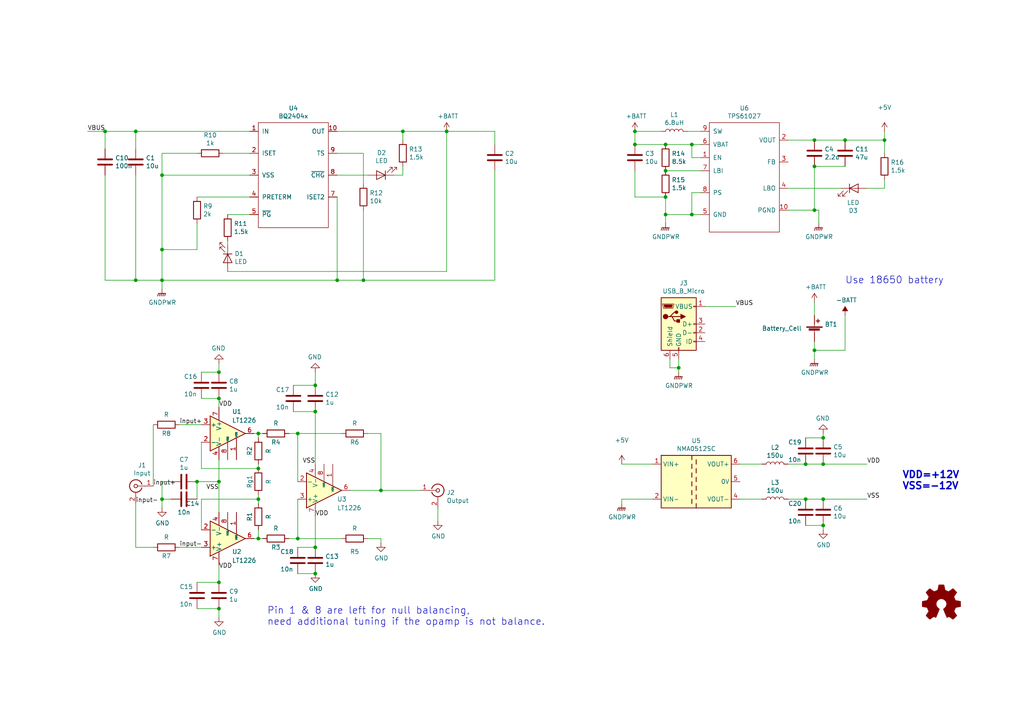
<source format=kicad_sch>
(kicad_sch (version 20211123) (generator eeschema)
  (paper "A4")
  (title_block (title "Balun differential amplifier") (date "2019-06-29") (rev "01") (company "Open instruments"))
  (lib_symbols
    (symbol "balun_amp-rescue:+5V-power" (power) (pin_names (offset 0))
      (property "Value" "+5V-power" (at 0 3.556 0))
      (symbol "+5V-power_0_1"
        (polyline (pts (xy -0.762 1.27) (xy 0 2.54)))
        (polyline (pts (xy 0 0) (xy 0 2.54)))
        (polyline (pts (xy 0 2.54) (xy 0.762 1.27)))
      )
      (symbol "+5V-power_1_1"
        (pin power_in line (at 0 0 90) (length 0) hide (name "+5V") (number "1"))
      )
    )
    (symbol "balun_amp-rescue:+BATT-power" (power) (pin_names (offset 0))
      (property "Value" "+BATT-power" (at 0 3.556 0))
      (symbol "+BATT-power_0_1"
        (polyline (pts (xy -0.762 1.27) (xy 0 2.54)))
        (polyline (pts (xy 0 0) (xy 0 2.54)))
        (polyline (pts (xy 0 2.54) (xy 0.762 1.27)))
      )
      (symbol "+BATT-power_1_1"
        (pin power_in line (at 0 0 90) (length 0) hide (name "+BATT") (number "1"))
      )
    )
    (symbol "balun_amp-rescue:-BATT-power" (power) (pin_names (offset 0))
      (property "Value" "-BATT-power" (at 0 3.556 0))
      (symbol "-BATT-power_0_1"
        (polyline (pts (xy 0 0) (xy 0 2.54)))
        (polyline (pts (xy 0.762 1.27) (xy -0.762 1.27) (xy 0 2.54) (xy 0.762 1.27)) (fill (type outline)))
      )
      (symbol "-BATT-power_1_1"
        (pin power_in line (at 0 0 90) (length 0) hide (name "-BATT") (number "1"))
      )
    )
    (symbol "balun_amp-rescue:Battery_Cell-Device" (pin_numbers hide) (pin_names (offset 0) hide)
      (property "Reference" "BT" (at 2.54 2.54 0))
      (property "Value" "Battery_Cell-Device" (at 2.54 0 0))
      (symbol "Battery_Cell-Device_0_1"
        (rectangle (start -2.286 1.778) (end 2.286 1.524) (fill (type outline)))
        (rectangle (start -1.5748 1.1938) (end 1.4732 0.6858) (fill (type outline)))
        (polyline (pts (xy 0 0.762) (xy 0 0)))
        (polyline (pts (xy 0 1.778) (xy 0 2.54)))
        (polyline (pts (xy 0.508 3.429) (xy 1.524 3.429)) (stroke (width 0.254)))
        (polyline (pts (xy 1.016 3.937) (xy 1.016 2.921)) (stroke (width 0.254)))
      )
      (symbol "Battery_Cell-Device_1_1"
        (pin passive line (at 0 5.08 270) (length 2.54) (name "+") (number "1"))
        (pin passive line (at 0 -2.54 90) (length 2.54) (name "-") (number "2"))
      )
    )
    (symbol "balun_amp-rescue:C-Device" (pin_numbers hide) (pin_names (offset 0.254))
      (property "Reference" "C" (at 0.635 2.54 0))
      (property "Value" "C-Device" (at 0.635 -2.54 0))
      (symbol "C-Device_0_1"
        (polyline (pts (xy -2.032 -0.762) (xy 2.032 -0.762)) (stroke (width 0.508)))
        (polyline (pts (xy -2.032 0.762) (xy 2.032 0.762)) (stroke (width 0.508)))
      )
      (symbol "C-Device_1_1"
        (pin passive line (at 0 3.81 270) (length 2.794) (name "~") (number "1"))
        (pin passive line (at 0 -3.81 90) (length 2.794) (name "~") (number "2"))
      )
    )
    (symbol "balun_amp-rescue:Conn_Coaxial-Connector" (pin_names (offset 1.016) hide)
      (property "Reference" "J" (at 0.254 3.048 0))
      (property "Value" "Conn_Coaxial-Connector" (at 2.921 0 90))
      (symbol "Conn_Coaxial-Connector_0_1"
        (arc (start -1.778 -0.508) (mid 0.2311 -1.8066) (end 1.778 0) (stroke (width 0.254)))
        (polyline (pts (xy -2.54 0) (xy -0.508 0)))
        (polyline (pts (xy 0 -2.54) (xy 0 -1.778)))
        (circle (center 0 0) (radius 0.508) (stroke (width 0.2032)))
        (arc (start 1.778 0) (mid 0.2099 1.8101) (end -1.778 0.508) (stroke (width 0.254)))
      )
      (symbol "Conn_Coaxial-Connector_1_1"
        (pin passive line (at -5.08 0 0) (length 2.54) (name "In") (number "1"))
        (pin passive line (at 0 -5.08 90) (length 2.54) (name "Ext") (number "2"))
      )
    )
    (symbol "balun_amp-rescue:GND-power" (power) (pin_names (offset 0))
      (property "Value" "GND-power" (at 0 -3.81 0))
      (symbol "GND-power_0_1"
        (polyline (pts (xy 0 0) (xy 0 -1.27) (xy 1.27 -1.27) (xy 0 -2.54) (xy -1.27 -1.27) (xy 0 -1.27)))
      )
      (symbol "GND-power_1_1"
        (pin power_in line (at 0 0 270) (length 0) hide (name "GND") (number "1"))
      )
    )
    (symbol "balun_amp-rescue:GNDPWR-power" (power) (pin_names (offset 0))
      (property "Value" "GNDPWR-power" (at 0 -3.302 0))
      (symbol "GNDPWR-power_0_1"
        (polyline (pts (xy 0 -1.27) (xy 0 0)))
        (polyline (pts (xy -1.016 -1.27) (xy -1.27 -2.032) (xy -1.27 -2.032)) (stroke (width 0.2032)))
        (polyline (pts (xy -0.508 -1.27) (xy -0.762 -2.032) (xy -0.762 -2.032)) (stroke (width 0.2032)))
        (polyline (pts (xy 0 -1.27) (xy -0.254 -2.032) (xy -0.254 -2.032)) (stroke (width 0.2032)))
        (polyline (pts (xy 0.508 -1.27) (xy 0.254 -2.032) (xy 0.254 -2.032)) (stroke (width 0.2032)))
        (polyline (pts (xy 1.016 -1.27) (xy -1.016 -1.27) (xy -1.016 -1.27)) (stroke (width 0.2032)))
        (polyline (pts (xy 1.016 -1.27) (xy 0.762 -2.032) (xy 0.762 -2.032) (xy 0.762 -2.032)) (stroke (width 0.2032)))
      )
      (symbol "GNDPWR-power_1_1"
        (pin power_in line (at 0 0 270) (length 0) hide (name "GNDPWR") (number "1"))
      )
    )
    (symbol "balun_amp-rescue:L-Device" (pin_numbers hide) (pin_names (offset 1.016) hide)
      (property "Reference" "L" (at -1.27 0 90))
      (property "Value" "L-Device" (at 1.905 0 90))
      (symbol "L-Device_0_1"
        (arc (start 0 -2.54) (mid 0.635 -1.905) (end 0 -1.27))
        (arc (start 0 -1.27) (mid 0.635 -0.635) (end 0 0))
        (arc (start 0 0) (mid 0.635 0.635) (end 0 1.27))
        (arc (start 0 1.27) (mid 0.635 1.905) (end 0 2.54))
      )
      (symbol "L-Device_1_1"
        (pin passive line (at 0 3.81 270) (length 1.27) (name "1") (number "1"))
        (pin passive line (at 0 -3.81 90) (length 1.27) (name "2") (number "2"))
      )
    )
    (symbol "balun_amp-rescue:LED-Device" (pin_numbers hide) (pin_names (offset 1.016) hide)
      (property "Reference" "D" (at 0 2.54 0))
      (property "Value" "LED-Device" (at 0 -2.54 0))
      (symbol "LED-Device_0_1"
        (polyline (pts (xy -1.27 -1.27) (xy -1.27 1.27)) (stroke (width 0.2032)))
        (polyline (pts (xy -1.27 0) (xy 1.27 0)))
        (polyline (pts (xy 1.27 -1.27) (xy 1.27 1.27) (xy -1.27 0) (xy 1.27 -1.27)) (stroke (width 0.2032)))
        (polyline (pts (xy -3.048 -0.762) (xy -4.572 -2.286) (xy -3.81 -2.286) (xy -4.572 -2.286) (xy -4.572 -1.524)))
        (polyline (pts (xy -1.778 -0.762) (xy -3.302 -2.286) (xy -2.54 -2.286) (xy -3.302 -2.286) (xy -3.302 -1.524)))
      )
      (symbol "LED-Device_1_1"
        (pin passive line (at -3.81 0 0) (length 2.54) (name "K") (number "1"))
        (pin passive line (at 3.81 0 180) (length 2.54) (name "A") (number "2"))
      )
    )
    (symbol "balun_amp-rescue:Logo_Open_Hardware_Small-Graphic" (pin_names (offset 1.016))
      (symbol "Logo_Open_Hardware_Small-Graphic_0_1"
        (polyline (pts (xy 3.3528 -4.3434) (xy 3.302 -4.318) (xy 3.175 -4.2418) (xy 2.9972 -4.1148) (xy 2.7686 -3.9624) (xy 2.54 -3.81) (xy 2.3622 -3.7084) (xy 2.2352 -3.6068) (xy 2.1844 -3.5814) (xy 2.159 -3.6068) (xy 2.0574 -3.6576) (xy 1.905 -3.7338) (xy 1.8034 -3.7846) (xy 1.6764 -3.8354) (xy 1.6002 -3.8354) (xy 1.6002 -3.8354) (xy 1.5494 -3.7338) (xy 1.4732 -3.5306) (xy 1.3462 -3.302) (xy 1.2446 -3.0226) (xy 1.1176 -2.7178) (xy 0.9652 -2.413) (xy 0.8636 -2.1082) (xy 0.7366 -1.8288) (xy 0.6604 -1.6256) (xy 0.6096 -1.4732) (xy 0.5842 -1.397) (xy 0.5842 -1.397) (xy 0.6604 -1.3208) (xy 0.7874 -1.2446) (xy 1.0414 -1.016) (xy 1.2954 -0.6858) (xy 1.4478 -0.3302) (xy 1.524 0.0762) (xy 1.4732 0.4572) (xy 1.3208 0.8128) (xy 1.0668 1.143) (xy 0.762 1.3716) (xy 0.4064 1.524) (xy 0 1.5748) (xy -0.381 1.5494) (xy -0.7366 1.397) (xy -1.0668 1.143) (xy -1.2192 0.9906) (xy -1.397 0.6604) (xy -1.524 0.3048) (xy -1.524 0.2286) (xy -1.4986 -0.1778) (xy -1.397 -0.5334) (xy -1.1938 -0.8636) (xy -0.9144 -1.143) (xy -0.8636 -1.1684) (xy -0.7366 -1.27) (xy -0.635 -1.3462) (xy -0.5842 -1.397) (xy -1.0668 -2.5908) (xy -1.143 -2.794) (xy -1.2954 -3.1242) (xy -1.397 -3.4036) (xy -1.4986 -3.6322) (xy -1.5748 -3.7846) (xy -1.6002 -3.8354) (xy -1.6002 -3.8354) (xy -1.651 -3.8354) (xy -1.7272 -3.81) (xy -1.905 -3.7338) (xy -2.0066 -3.683) (xy -2.1336 -3.6068) (xy -2.2098 -3.5814) (xy -2.2606 -3.6068) (xy -2.3622 -3.683) (xy -2.54 -3.81) (xy -2.7686 -3.9624) (xy -2.9718 -4.0894) (xy -3.1496 -4.2164) (xy -3.302 -4.318) (xy -3.3528 -4.3434) (xy -3.3782 -4.3434) (xy -3.429 -4.318) (xy -3.5306 -4.2164) (xy -3.7084 -4.064) (xy -3.937 -3.8354) (xy -3.9624 -3.81) (xy -4.1656 -3.6068) (xy -4.318 -3.4544) (xy -4.4196 -3.3274) (xy -4.445 -3.2766) (xy -4.445 -3.2766) (xy -4.4196 -3.2258) (xy -4.318 -3.0734) (xy -4.2164 -2.8956) (xy -4.064 -2.667) (xy -3.6576 -2.0828) (xy -3.8862 -1.5494) (xy -3.937 -1.3716) (xy -4.0386 -1.1684) (xy -4.0894 -1.0414) (xy -4.1148 -0.9652) (xy -4.191 -0.9398) (xy -4.318 -0.9144) (xy -4.5466 -0.8636) (xy -4.8006 -0.8128) (xy -5.0546 -0.7874) (xy -5.2578 -0.7366) (xy -5.4356 -0.7112) (xy -5.5118 -0.6858) (xy -5.5118 -0.6858) (xy -5.5372 -0.635) (xy -5.5372 -0.5588) (xy -5.5372 -0.4318) (xy -5.5626 -0.2286) (xy -5.5626 0.0762) (xy -5.5626 0.127) (xy -5.5372 0.4064) (xy -5.5372 0.635) (xy -5.5372 0.762) (xy -5.5372 0.8382) (xy -5.5372 0.8382) (xy -5.461 0.8382) (xy -5.3086 0.889) (xy -5.08 0.9144) (xy -4.826 0.9652) (xy -4.8006 0.9906) (xy -4.5466 1.0414) (xy -4.318 1.0668) (xy -4.1656 1.1176) (xy -4.0894 1.143) (xy -4.0894 1.143) (xy -4.0386 1.2446) (xy -3.9624 1.4224) (xy -3.8608 1.6256) (xy -3.7846 1.8288) (xy -3.7084 2.0066) (xy -3.6576 2.159) (xy -3.6322 2.2098) (xy -3.6322 2.2098) (xy -3.683 2.286) (xy -3.7592 2.413) (xy -3.8862 2.5908) (xy -4.064 2.8194) (xy -4.064 2.8448) (xy -4.2164 3.0734) (xy -4.3434 3.2512) (xy -4.4196 3.3782) (xy -4.445 3.4544) (xy -4.445 3.4544) (xy -4.3942 3.5052) (xy -4.2926 3.6322) (xy -4.1148 3.81) (xy -3.937 4.0132) (xy -3.8608 4.064) (xy -3.6576 4.2926) (xy -3.5052 4.4196) (xy -3.4036 4.4958) (xy -3.3528 4.5212) (xy -3.3528 4.5212) (xy -3.302 4.4704) (xy -3.1496 4.3688) (xy -2.9718 4.2418) (xy -2.7432 4.0894) (xy -2.7178 4.0894) (xy -2.4892 3.937) (xy -2.3114 3.81) (xy -2.1844 3.7084) (xy -2.1336 3.683) (xy -2.1082 3.683) (xy -2.032 3.7084) (xy -1.8542 3.7592) (xy -1.6764 3.8354) (xy -1.4732 3.937) (xy -1.27 4.0132) (xy -1.143 4.064) (xy -1.0668 4.1148) (xy -1.0668 4.1148) (xy -1.0414 4.191) (xy -1.016 4.3434) (xy -0.9652 4.572) (xy -0.9144 4.8514) (xy -0.889 4.9022) (xy -0.8382 5.1562) (xy -0.8128 5.3848) (xy -0.7874 5.5372) (xy -0.762 5.588) (xy -0.7112 5.6134) (xy -0.5842 5.6134) (xy -0.4064 5.6134) (xy -0.1524 5.6134) (xy 0.0762 5.6134) (xy 0.3302 5.6134) (xy 0.5334 5.6134) (xy 0.6858 5.588) (xy 0.7366 5.588) (xy 0.7366 5.588) (xy 0.762 5.5118) (xy 0.8128 5.334) (xy 0.8382 5.1054) (xy 0.9144 4.826) (xy 0.9144 4.7752) (xy 0.9652 4.5212) (xy 1.016 4.2926) (xy 1.0414 4.1402) (xy 1.0668 4.0894) (xy 1.0668 4.0894) (xy 1.1938 4.0386) (xy 1.3716 3.9624) (xy 1.5748 3.8608) (xy 2.0828 3.6576) (xy 2.7178 4.0894) (xy 2.7686 4.1402) (xy 2.9972 4.2926) (xy 3.175 4.4196) (xy 3.302 4.4958) (xy 3.3782 4.5212) (xy 3.3782 4.5212) (xy 3.429 4.4704) (xy 3.556 4.3434) (xy 3.7338 4.191) (xy 3.9116 3.9878) (xy 4.064 3.8354) (xy 4.2418 3.6576) (xy 4.3434 3.556) (xy 4.4196 3.4798) (xy 4.4196 3.429) (xy 4.4196 3.4036) (xy 4.3942 3.3274) (xy 4.2926 3.2004) (xy 4.1656 2.9972) (xy 4.0132 2.794) (xy 3.8862 2.5908) (xy 3.7592 2.3876) (xy 3.6576 2.2352) (xy 3.6322 2.159) (xy 3.6322 2.1336) (xy 3.683 2.0066) (xy 3.7592 1.8288) (xy 3.8608 1.6002) (xy 4.064 1.1176) (xy 4.3942 1.0414) (xy 4.5974 1.016) (xy 4.8768 0.9652) (xy 5.1308 0.9144) (xy 5.5372 0.8382) (xy 5.5626 -0.6604) (xy 5.4864 -0.6858) (xy 5.4356 -0.6858) (xy 5.2832 -0.7366) (xy 5.0546 -0.762) (xy 4.8006 -0.8128) (xy 4.5974 -0.8636) (xy 4.3688 -0.9144) (xy 4.2164 -0.9398) (xy 4.1402 -0.9398) (xy 4.1148 -0.9652) (xy 4.064 -1.0668) (xy 3.9878 -1.2446) (xy 3.9116 -1.4478) (xy 3.81 -1.651) (xy 3.7338 -1.8542) (xy 3.683 -2.0066) (xy 3.6576 -2.0828) (xy 3.683 -2.1336) (xy 3.7846 -2.2606) (xy 3.8862 -2.4638) (xy 4.0386 -2.667) (xy 4.191 -2.8956) (xy 4.318 -3.0734) (xy 4.3942 -3.2004) (xy 4.445 -3.2766) (xy 4.4196 -3.3274) (xy 4.3434 -3.429) (xy 4.1656 -3.5814) (xy 3.937 -3.8354) (xy 3.8862 -3.8608) (xy 3.683 -4.064) (xy 3.5306 -4.2164) (xy 3.4036 -4.318) (xy 3.3528 -4.3434)) (fill (type outline)))
      )
    )
    (symbol "balun_amp-rescue:NMA0512SC-Regulator_Switching"
      (property "Reference" "U" (at -10.16 8.89 0))
      (property "Value" "NMA0512SC-Regulator_Switching" (at 0 8.89 0))
      (symbol "NMA0512SC-Regulator_Switching_0_1"
        (rectangle (start -10.16 7.62) (end 10.16 -7.62) (stroke (width 0.254)) (fill (type background)))
        (polyline (pts (xy -1.27 -5.08) (xy -1.27 -6.35)) (stroke (width 0.254)))
        (polyline (pts (xy -1.27 -2.54) (xy -1.27 -3.81)) (stroke (width 0.254)))
        (polyline (pts (xy -1.27 0) (xy -1.27 -1.27)) (stroke (width 0.254)))
        (polyline (pts (xy -1.27 2.54) (xy -1.27 1.27)) (stroke (width 0.254)))
        (polyline (pts (xy -1.27 5.08) (xy -1.27 3.81)) (stroke (width 0.254)))
        (polyline (pts (xy -1.27 7.62) (xy -1.27 6.35)) (stroke (width 0.254)))
        (polyline (pts (xy 0 -7.62) (xy 0 -6.35)) (stroke (width 0.254)))
        (polyline (pts (xy 0 -5.08) (xy 0 -3.81)) (stroke (width 0.254)))
        (polyline (pts (xy 0 -1.27) (xy 0 -2.54)) (stroke (width 0.254)))
        (polyline (pts (xy 0 0) (xy 0 1.27)) (stroke (width 0.254)))
        (polyline (pts (xy 0 2.54) (xy 0 3.81)) (stroke (width 0.254)))
        (polyline (pts (xy 0 5.08) (xy 0 6.35)) (stroke (width 0.254)))
      )
      (symbol "NMA0512SC-Regulator_Switching_1_1"
        (pin power_in line (at -12.7 5.08 0) (length 2.54) (name "VIN+") (number "1"))
        (pin power_in line (at -12.7 -5.08 0) (length 2.54) (name "VIN-") (number "2"))
        (pin power_out line (at 12.7 -5.08 180) (length 2.54) (name "VOUT-") (number "4"))
        (pin power_out line (at 12.7 0 180) (length 2.54) (name "0V") (number "5"))
        (pin power_out line (at 12.7 5.08 180) (length 2.54) (name "VOUT+") (number "6"))
      )
    )
    (symbol "balun_amp-rescue:R-Device" (pin_numbers hide) (pin_names (offset 0))
      (property "Reference" "R" (at 2.032 0 90))
      (property "Value" "R-Device" (at 0 0 90))
      (symbol "R-Device_0_1"
        (rectangle (start -1.016 -2.54) (end 1.016 2.54) (stroke (width 0.254)))
      )
      (symbol "R-Device_1_1"
        (pin passive line (at 0 3.81 270) (length 1.27) (name "~") (number "1"))
        (pin passive line (at 0 -3.81 90) (length 1.27) (name "~") (number "2"))
      )
    )
    (symbol "balun_amp-rescue:USB_B_Micro-Connector" (pin_names (offset 1.016))
      (property "Reference" "J" (at -5.08 11.43 0))
      (property "Value" "USB_B_Micro-Connector" (at -5.08 8.89 0))
      (symbol "USB_B_Micro-Connector_0_1"
        (rectangle (start -5.08 -7.62) (end 5.08 7.62) (stroke (width 0.254)) (fill (type background)))
        (circle (center -3.81 2.159) (radius 0.635) (stroke (width 0.254)) (fill (type outline)))
        (circle (center -0.635 3.429) (radius 0.381) (stroke (width 0.254)) (fill (type outline)))
        (rectangle (start -0.127 -7.62) (end 0.127 -6.858))
        (polyline (pts (xy -1.905 2.159) (xy 0.635 2.159)) (stroke (width 0.254)))
        (polyline (pts (xy -3.175 2.159) (xy -2.54 2.159) (xy -1.27 3.429) (xy -0.635 3.429)) (stroke (width 0.254)))
        (polyline (pts (xy -2.54 2.159) (xy -1.905 2.159) (xy -1.27 0.889) (xy 0 0.889)) (stroke (width 0.254)))
        (polyline (pts (xy 0.635 2.794) (xy 0.635 1.524) (xy 1.905 2.159) (xy 0.635 2.794)) (stroke (width 0.254)) (fill (type outline)))
        (polyline (pts (xy -4.318 5.588) (xy -1.778 5.588) (xy -2.032 4.826) (xy -4.064 4.826) (xy -4.318 5.588)) (fill (type outline)))
        (polyline (pts (xy -4.699 5.842) (xy -4.699 5.588) (xy -4.445 4.826) (xy -4.445 4.572) (xy -1.651 4.572) (xy -1.651 4.826) (xy -1.397 5.588) (xy -1.397 5.842) (xy -4.699 5.842)))
        (rectangle (start 0.254 1.27) (end -0.508 0.508) (stroke (width 0.254)) (fill (type outline)))
        (rectangle (start 5.08 -5.207) (end 4.318 -4.953))
        (rectangle (start 5.08 -2.667) (end 4.318 -2.413))
        (rectangle (start 5.08 -0.127) (end 4.318 0.127))
        (rectangle (start 5.08 4.953) (end 4.318 5.207))
      )
      (symbol "USB_B_Micro-Connector_1_1"
        (pin power_out line (at 7.62 5.08 180) (length 2.54) (name "VBUS") (number "1"))
        (pin passive line (at 7.62 -2.54 180) (length 2.54) (name "D-") (number "2"))
        (pin passive line (at 7.62 0 180) (length 2.54) (name "D+") (number "3"))
        (pin passive line (at 7.62 -5.08 180) (length 2.54) (name "ID") (number "4"))
        (pin power_out line (at 0 -10.16 90) (length 2.54) (name "GND") (number "5"))
        (pin passive line (at -2.54 -10.16 90) (length 2.54) (name "Shield") (number "6"))
      )
    )
    (symbol "balun_amp:BQ2404x" (pin_names (offset 1.016))
      (property "Reference" "U" (at -10.16 16.51 0))
      (property "Value" "BQ2404x" (at 5.08 16.51 0))
      (symbol "BQ2404x_0_0"
        (pin power_in line (at -12.7 12.7 0) (length 2.54) (name "IN") (number "1"))
        (pin power_out line (at 12.7 12.7 180) (length 2.54) (name "OUT") (number "10"))
        (pin input line (at -12.7 6.35 0) (length 2.54) (name "ISET") (number "2"))
        (pin power_in line (at -12.7 0 0) (length 2.54) (name "VSS") (number "3"))
        (pin input line (at -12.7 -6.35 0) (length 2.54) (name "PRETERM") (number "4"))
        (pin output line (at -12.7 -11.43 0) (length 2.54) (name "~{PG}") (number "5"))
        (pin no_connect line (at 12.7 -11.43 180) (length 2.54) hide (name "NC") (number "6"))
        (pin input line (at 12.7 -6.35 180) (length 2.54) (name "ISET2") (number "7"))
        (pin output line (at 12.7 0 180) (length 2.54) (name "~{CHG}") (number "8"))
        (pin input line (at 12.7 6.35 180) (length 2.54) (name "TS") (number "9"))
      )
      (symbol "BQ2404x_0_1"
        (rectangle (start -10.16 15.24) (end 10.16 -15.24))
      )
    )
    (symbol "balun_amp:LT1226" (pin_names (offset 0.127))
      (property "Reference" "U" (at 0 7.62 0))
      (property "Value" "LT1226" (at 0 5.08 0))
      (symbol "LT1226_0_1"
        (polyline (pts (xy -5.08 5.08) (xy 5.08 0) (xy -5.08 -5.08) (xy -5.08 5.08)) (stroke (width 0.254)) (fill (type background)))
        (pin no_connect line (at 0 2.54 270) (length 2.54) hide (name "NC") (number "5"))
      )
      (symbol "LT1226_1_1"
        (pin passive line (at 2.54 -7.62 90) (length 6.35) (name "VOS") (number "1"))
        (pin input line (at -7.62 -2.54 0) (length 2.54) (name "-") (number "2"))
        (pin input line (at -7.62 2.54 0) (length 2.54) (name "+") (number "3"))
        (pin power_in line (at -2.54 -7.62 90) (length 3.81) (name "V-") (number "4"))
        (pin output line (at 7.62 0 180) (length 2.54) (name "~") (number "6"))
        (pin power_in line (at -2.54 7.62 270) (length 3.81) (name "V+") (number "7"))
        (pin passive line (at 0 -7.62 90) (length 5.08) (name "VOS") (number "8"))
      )
    )
    (symbol "balun_amp:TPS6102x" (pin_names (offset 1.016))
      (property "Reference" "U" (at -8.89 13.97 0))
      (property "Value" "TPS6102x" (at 5.08 13.97 0))
      (symbol "TPS6102x_0_0"
        (pin unspecified line (at -12.7 2.54 0) (length 2.54) (name "EN") (number "1"))
        (pin unspecified line (at 12.7 -12.7 180) (length 2.54) (name "PGND") (number "10"))
        (pin unspecified line (at 12.7 7.62 180) (length 2.54) (name "VOUT") (number "2"))
        (pin unspecified line (at 12.7 1.27 180) (length 2.54) (name "FB") (number "3"))
        (pin unspecified line (at 12.7 -6.35 180) (length 2.54) (name "LBO") (number "4"))
        (pin unspecified line (at -12.7 -13.97 0) (length 2.54) (name "GND") (number "5"))
        (pin power_in line (at -12.7 6.35 0) (length 2.54) (name "VBAT") (number "6"))
        (pin unspecified line (at -12.7 -1.27 0) (length 2.54) (name "LBI") (number "7"))
        (pin unspecified line (at -12.7 -7.62 0) (length 2.54) (name "PS") (number "8"))
        (pin unspecified line (at -12.7 10.16 0) (length 2.54) (name "SW") (number "9"))
      )
      (symbol "TPS6102x_0_1"
        (rectangle (start -10.16 12.7) (end 10.16 -19.05))
      )
    )
  )
  (junction (at 184.15 38.1))
  (junction (at 46.99 144.78))
  (junction (at 91.44 158.75))
  (junction (at 200.66 41.91))
  (junction (at 86.36 156.21))
  (junction (at 74.93 125.73))
  (junction (at 193.04 62.23))
  (junction (at 30.48 38.1))
  (junction (at 97.79 81.28))
  (junction (at 63.5 139.7))
  (junction (at 238.76 134.62))
  (junction (at 46.99 81.28))
  (junction (at 74.93 135.89))
  (junction (at 46.99 50.8))
  (junction (at 39.37 81.28))
  (junction (at 233.68 144.78))
  (junction (at 91.44 111.76))
  (junction (at 245.11 40.64))
  (junction (at 39.37 38.1))
  (junction (at 196.85 106.68))
  (junction (at 129.54 38.1))
  (junction (at 200.66 62.23))
  (junction (at 116.84 38.1))
  (junction (at 74.93 144.78))
  (junction (at 238.76 127))
  (junction (at 105.41 81.28))
  (junction (at 238.76 152.4))
  (junction (at 74.93 156.21))
  (junction (at 233.68 134.62))
  (junction (at 193.04 41.91))
  (junction (at 236.22 40.64))
  (junction (at 193.04 49.53))
  (junction (at 86.36 125.73))
  (junction (at 63.5 176.53))
  (junction (at 46.99 72.39))
  (junction (at 256.54 40.64))
  (junction (at 110.49 142.24))
  (junction (at 63.5 115.57))
  (junction (at 91.44 119.38))
  (junction (at 236.22 101.6))
  (junction (at 236.22 60.96))
  (junction (at 184.15 41.91))
  (junction (at 63.5 107.95))
  (junction (at 236.22 48.26))
  (junction (at 193.04 57.15))
  (junction (at 91.44 166.37))
  (junction (at 57.15 139.7))
  (junction (at 238.76 144.78))
  (junction (at 63.5 168.91))
  (wire (pts (xy 105.41 44.45) (xy 105.41 53.34)))
  (wire (pts (xy 85.09 119.38) (xy 91.44 119.38)))
  (wire (pts (xy 228.6 60.96) (xy 236.22 60.96)))
  (wire (pts (xy 193.04 41.91) (xy 200.66 41.91)))
  (wire (pts (xy 193.04 57.15) (xy 193.04 62.23)))
  (wire (pts (xy 116.84 50.8) (xy 116.84 48.26)))
  (wire (pts (xy 57.15 57.15) (xy 72.39 57.15)))
  (wire (pts (xy 30.48 81.28) (xy 39.37 81.28)))
  (wire (pts (xy 52.07 123.19) (xy 58.42 123.19)))
  (wire (pts (xy 76.2 156.21) (xy 74.93 156.21)))
  (wire (pts (xy 105.41 81.28) (xy 97.79 81.28)))
  (wire (pts (xy 97.79 38.1) (xy 116.84 38.1)))
  (wire (pts (xy 46.99 81.28) (xy 46.99 83.82)))
  (wire (pts (xy 180.34 144.78) (xy 189.23 144.78)))
  (wire (pts (xy 39.37 158.75) (xy 44.45 158.75)))
  (wire (pts (xy 256.54 40.64) (xy 256.54 44.45)))
  (wire (pts (xy 46.99 50.8) (xy 72.39 50.8)))
  (wire (pts (xy 245.11 101.6) (xy 236.22 101.6)))
  (wire (pts (xy 86.36 166.37) (xy 91.44 166.37)))
  (wire (pts (xy 189.23 134.62) (xy 180.34 134.62)))
  (wire (pts (xy 236.22 99.06) (xy 236.22 101.6)))
  (wire (pts (xy 74.93 143.51) (xy 74.93 144.78)))
  (wire (pts (xy 116.84 40.64) (xy 116.84 38.1)))
  (wire (pts (xy 86.36 139.7) (xy 86.36 125.73)))
  (wire (pts (xy 228.6 40.64) (xy 236.22 40.64)))
  (wire (pts (xy 236.22 40.64) (xy 245.11 40.64)))
  (wire (pts (xy 72.39 38.1) (xy 39.37 38.1)))
  (wire (pts (xy 97.79 81.28) (xy 46.99 81.28)))
  (wire (pts (xy 228.6 144.78) (xy 233.68 144.78)))
  (wire (pts (xy 63.5 163.83) (xy 63.5 168.91)))
  (wire (pts (xy 74.93 135.89) (xy 58.42 135.89)))
  (wire (pts (xy 236.22 87.63) (xy 236.22 91.44)))
  (wire (pts (xy 233.68 144.78) (xy 238.76 144.78)))
  (wire (pts (xy 73.66 125.73) (xy 74.93 125.73)))
  (wire (pts (xy 39.37 38.1) (xy 39.37 43.18)))
  (wire (pts (xy 63.5 139.7) (xy 63.5 148.59)))
  (wire (pts (xy 74.93 134.62) (xy 74.93 135.89)))
  (wire (pts (xy 233.68 134.62) (xy 238.76 134.62)))
  (wire (pts (xy 114.3 50.8) (xy 116.84 50.8)))
  (wire (pts (xy 193.04 62.23) (xy 200.66 62.23)))
  (wire (pts (xy 86.36 156.21) (xy 99.06 156.21)))
  (wire (pts (xy 66.04 78.74) (xy 129.54 78.74)))
  (wire (pts (xy 110.49 142.24) (xy 121.92 142.24)))
  (wire (pts (xy 236.22 48.26) (xy 236.22 60.96)))
  (wire (pts (xy 74.93 144.78) (xy 58.42 144.78)))
  (wire (pts (xy 86.36 158.75) (xy 91.44 158.75)))
  (wire (pts (xy 238.76 152.4) (xy 238.76 153.67)))
  (wire (pts (xy 143.51 49.53) (xy 143.51 81.28)))
  (wire (pts (xy 105.41 60.96) (xy 105.41 81.28)))
  (wire (pts (xy 46.99 72.39) (xy 46.99 81.28)))
  (wire (pts (xy 194.31 106.68) (xy 196.85 106.68)))
  (wire (pts (xy 85.09 111.76) (xy 91.44 111.76)))
  (wire (pts (xy 196.85 106.68) (xy 196.85 104.14)))
  (wire (pts (xy 204.47 88.9) (xy 213.36 88.9)))
  (wire (pts (xy 91.44 107.95) (xy 91.44 111.76)))
  (wire (pts (xy 46.99 44.45) (xy 46.99 50.8)))
  (wire (pts (xy 91.44 134.62) (xy 91.44 119.38)))
  (wire (pts (xy 233.68 152.4) (xy 238.76 152.4)))
  (wire (pts (xy 238.76 144.78) (xy 251.46 144.78)))
  (wire (pts (xy 238.76 134.62) (xy 251.46 134.62)))
  (wire (pts (xy 63.5 115.57) (xy 63.5 118.11)))
  (wire (pts (xy 200.66 55.88) (xy 200.66 62.23)))
  (wire (pts (xy 106.68 156.21) (xy 110.49 156.21)))
  (wire (pts (xy 91.44 149.86) (xy 91.44 158.75)))
  (wire (pts (xy 129.54 38.1) (xy 143.51 38.1)))
  (wire (pts (xy 203.2 45.72) (xy 200.66 45.72)))
  (wire (pts (xy 30.48 38.1) (xy 30.48 43.18)))
  (wire (pts (xy 44.45 140.97) (xy 44.45 123.19)))
  (wire (pts (xy 143.51 81.28) (xy 105.41 81.28)))
  (wire (pts (xy 25.4 38.1) (xy 30.48 38.1)))
  (wire (pts (xy 238.76 125.73) (xy 238.76 127)))
  (wire (pts (xy 83.82 156.21) (xy 86.36 156.21)))
  (wire (pts (xy 74.93 153.67) (xy 74.93 156.21)))
  (wire (pts (xy 58.42 115.57) (xy 63.5 115.57)))
  (wire (pts (xy 200.66 62.23) (xy 203.2 62.23)))
  (wire (pts (xy 214.63 134.62) (xy 220.98 134.62)))
  (wire (pts (xy 180.34 144.78) (xy 180.34 146.05)))
  (wire (pts (xy 106.68 125.73) (xy 110.49 125.73)))
  (wire (pts (xy 49.53 139.7) (xy 46.99 139.7)))
  (wire (pts (xy 46.99 50.8) (xy 46.99 72.39)))
  (wire (pts (xy 97.79 57.15) (xy 97.79 81.28)))
  (wire (pts (xy 116.84 38.1) (xy 129.54 38.1)))
  (wire (pts (xy 46.99 144.78) (xy 46.99 147.32)))
  (wire (pts (xy 46.99 139.7) (xy 46.99 144.78)))
  (wire (pts (xy 191.77 38.1) (xy 184.15 38.1)))
  (wire (pts (xy 57.15 176.53) (xy 63.5 176.53)))
  (wire (pts (xy 74.93 125.73) (xy 74.93 127)))
  (wire (pts (xy 97.79 44.45) (xy 105.41 44.45)))
  (wire (pts (xy 228.6 134.62) (xy 233.68 134.62)))
  (wire (pts (xy 184.15 49.53) (xy 184.15 57.15)))
  (wire (pts (xy 57.15 64.77) (xy 57.15 72.39)))
  (wire (pts (xy 39.37 81.28) (xy 46.99 81.28)))
  (wire (pts (xy 52.07 158.75) (xy 58.42 158.75)))
  (wire (pts (xy 184.15 38.1) (xy 184.15 41.91)))
  (wire (pts (xy 30.48 50.8) (xy 30.48 81.28)))
  (wire (pts (xy 127 147.32) (xy 127 151.13)))
  (wire (pts (xy 49.53 144.78) (xy 46.99 144.78)))
  (wire (pts (xy 58.42 144.78) (xy 58.42 153.67)))
  (wire (pts (xy 83.82 125.73) (xy 86.36 125.73)))
  (wire (pts (xy 193.04 62.23) (xy 193.04 64.77)))
  (wire (pts (xy 200.66 55.88) (xy 203.2 55.88)))
  (wire (pts (xy 236.22 48.26) (xy 245.11 48.26)))
  (wire (pts (xy 63.5 105.41) (xy 63.5 107.95)))
  (wire (pts (xy 245.11 40.64) (xy 256.54 40.64)))
  (wire (pts (xy 30.48 38.1) (xy 39.37 38.1)))
  (wire (pts (xy 184.15 41.91) (xy 193.04 41.91)))
  (wire (pts (xy 194.31 104.14) (xy 194.31 106.68)))
  (wire (pts (xy 196.85 107.95) (xy 196.85 106.68)))
  (wire (pts (xy 74.93 144.78) (xy 74.93 146.05)))
  (wire (pts (xy 233.68 127) (xy 238.76 127)))
  (wire (pts (xy 74.93 156.21) (xy 73.66 156.21)))
  (wire (pts (xy 251.46 54.61) (xy 256.54 54.61)))
  (wire (pts (xy 203.2 49.53) (xy 193.04 49.53)))
  (wire (pts (xy 66.04 69.85) (xy 66.04 71.12)))
  (wire (pts (xy 236.22 60.96) (xy 237.49 60.96)))
  (wire (pts (xy 86.36 125.73) (xy 99.06 125.73)))
  (wire (pts (xy 200.66 45.72) (xy 200.66 41.91)))
  (wire (pts (xy 97.79 50.8) (xy 106.68 50.8)))
  (wire (pts (xy 57.15 72.39) (xy 46.99 72.39)))
  (wire (pts (xy 39.37 146.05) (xy 39.37 158.75)))
  (wire (pts (xy 63.5 176.53) (xy 63.5 179.07)))
  (wire (pts (xy 184.15 57.15) (xy 193.04 57.15)))
  (wire (pts (xy 86.36 144.78) (xy 86.36 156.21)))
  (wire (pts (xy 58.42 135.89) (xy 58.42 128.27)))
  (wire (pts (xy 74.93 125.73) (xy 76.2 125.73)))
  (wire (pts (xy 214.63 144.78) (xy 220.98 144.78)))
  (wire (pts (xy 110.49 125.73) (xy 110.49 142.24)))
  (wire (pts (xy 63.5 133.35) (xy 63.5 139.7)))
  (wire (pts (xy 245.11 91.44) (xy 245.11 101.6)))
  (wire (pts (xy 199.39 38.1) (xy 203.2 38.1)))
  (wire (pts (xy 58.42 107.95) (xy 63.5 107.95)))
  (wire (pts (xy 237.49 60.96) (xy 237.49 64.77)))
  (wire (pts (xy 236.22 101.6) (xy 236.22 104.14)))
  (wire (pts (xy 110.49 157.48) (xy 110.49 156.21)))
  (wire (pts (xy 66.04 62.23) (xy 72.39 62.23)))
  (wire (pts (xy 143.51 38.1) (xy 143.51 41.91)))
  (wire (pts (xy 57.15 44.45) (xy 46.99 44.45)))
  (wire (pts (xy 101.6 142.24) (xy 110.49 142.24)))
  (wire (pts (xy 57.15 139.7) (xy 63.5 139.7)))
  (wire (pts (xy 64.77 44.45) (xy 72.39 44.45)))
  (wire (pts (xy 228.6 54.61) (xy 243.84 54.61)))
  (wire (pts (xy 256.54 38.1) (xy 256.54 40.64)))
  (wire (pts (xy 129.54 78.74) (xy 129.54 38.1)))
  (wire (pts (xy 200.66 41.91) (xy 203.2 41.91)))
  (wire (pts (xy 57.15 168.91) (xy 63.5 168.91)))
  (wire (pts (xy 57.15 144.78) (xy 57.15 139.7)))
  (wire (pts (xy 39.37 50.8) (xy 39.37 81.28)))
  (wire (pts (xy 256.54 54.61) (xy 256.54 52.07)))
  (text "Use 18650 battery" (at 245.11 82.55 0) (effects (font (size 2.0066 2.0066)) (justify left bottom)))
  (text "VDD=+12V\nVSS=-12V" (at 261.62 142.24 0) (effects (font (size 2.0066 2.0066) (thickness 0.4013) bold) (justify left bottom)))
  (text "Pin 1 & 8 are left for null balancing, \nneed additional tuning if the opamp is not balance." (at 77.47 181.61 0) (effects (font (size 2.0066 2.0066)) (justify left bottom)))
  (label "input+" (at 44.45 140.97 0))
  (label "VBUS" (at 25.4 38.1 0))
  (label "input-" (at 39.37 146.05 0))
  (label "VSS" (at 251.46 144.78 0))
  (label "VBUS" (at 213.36 88.9 0))
  (label "VSS" (at 91.44 134.62 180))
  (label "VDD" (at 63.5 165.1 0))
  (label "VDD" (at 251.46 134.62 0))
  (label "input-" (at 52.07 158.75 0))
  (label "VSS" (at 63.5 142.24 180))
  (label "VDD" (at 63.5 118.11 0))
  (label "VDD" (at 91.44 149.86 0))
  (label "input+" (at 52.07 123.19 0))
  (symbol (lib_id "balun_amp:LT1226") (at 66.04 125.73 0) (unit 1)
    (property "Reference" "U1" (at 67.31 119.38 0) (effects (justify left)))
    (property "Value" "LT1226" (at 67.31 121.92 0) (effects (justify left)))
    (property "Footprint" "Package_SO:SOIC-8_3.9x4.9mm_P1.27mm" (effects hide))
    (property "Datasheet" "http://www.ti.com/lit/ds/symlink/lm6161.pdf" (effects hide))
  )
  (symbol (lib_id "balun_amp:LT1226") (at 66.04 156.21 0) (mirror x) (unit 1)
    (property "Reference" "U2" (at 67.31 160.02 0) (effects (justify left)))
    (property "Value" "LT1226" (at 67.31 162.56 0) (effects (justify left)))
    (property "Footprint" "Package_SO:SOIC-8_3.9x4.9mm_P1.27mm" (effects hide))
    (property "Datasheet" "http://www.ti.com/lit/ds/symlink/lm6161.pdf" (effects hide))
  )
  (symbol (lib_id "balun_amp:LT1226") (at 93.98 142.24 0) (mirror x) (unit 1)
    (property "Reference" "U3" (at 97.79 144.78 0) (effects (justify left)))
    (property "Value" "LT1226" (at 97.79 147.32 0) (effects (justify left)))
    (property "Footprint" "Package_SO:SOIC-8_3.9x4.9mm_P1.27mm" (effects hide))
    (property "Datasheet" "http://www.ti.com/lit/ds/symlink/lm6161.pdf" (effects hide))
  )
  (symbol (lib_id "balun_amp-rescue:R-Device") (at 80.01 125.73 270) (unit 1)
    (property "Reference" "R4" (at 80.01 128.27 90))
    (property "Value" "R" (at 80.01 122.7836 90))
    (property "Footprint" "Resistor_SMD:R_0402_1005Metric" (effects hide))
  )
  (symbol (lib_id "balun_amp-rescue:R-Device") (at 80.01 156.21 270) (unit 1)
    (property "Reference" "R3" (at 80.01 158.75 90))
    (property "Value" "R" (at 80.01 153.2636 90))
    (property "Footprint" "Resistor_SMD:R_0402_1005Metric" (effects hide))
  )
  (symbol (lib_id "balun_amp-rescue:R-Device") (at 102.87 125.73 270) (unit 1)
    (property "Reference" "R6" (at 102.87 128.27 90))
    (property "Value" "R" (at 102.87 122.7836 90))
    (property "Footprint" "Resistor_SMD:R_0402_1005Metric" (effects hide))
  )
  (symbol (lib_id "balun_amp-rescue:R-Device") (at 102.87 156.21 270) (unit 1)
    (property "Reference" "R5" (at 102.87 160.02 90))
    (property "Value" "R" (at 102.87 153.2636 90))
    (property "Footprint" "Resistor_SMD:R_0402_1005Metric" (effects hide))
  )
  (symbol (lib_id "balun_amp-rescue:GND-power") (at 110.49 157.48 0) (unit 1)
    (property "Reference" "#PWR02" (effects hide))
    (property "Value" "GND" (at 110.617 161.8742 0))
  )
  (symbol (lib_id "balun_amp-rescue:R-Device") (at 74.93 130.81 180) (unit 1)
    (property "Reference" "R2" (at 72.39 130.81 90))
    (property "Value" "R" (at 77.8764 130.81 90))
    (property "Footprint" "Resistor_SMD:R_0402_1005Metric" (effects hide))
  )
  (symbol (lib_id "balun_amp-rescue:NMA0512SC-Regulator_Switching") (at 201.93 139.7 0) (unit 1)
    (property "Reference" "U5" (at 201.93 127.8382 0))
    (property "Value" "NMA0512SC" (at 201.93 130.1496 0))
    (property "Footprint" "Converter_DCDC:Converter_DCDC_muRata_NMAxxxxSC_THT" (effects hide))
    (property "Datasheet" "http://power.murata.com/data/power/ncl/kdc_nma.pdf" (effects hide))
  )
  (symbol (lib_id "balun_amp-rescue:R-Device") (at 74.93 139.7 180) (unit 1)
    (property "Reference" "Rg1" (at 72.39 139.7 90))
    (property "Value" "R" (at 77.8764 139.7 90))
    (property "Footprint" "Resistor_SMD:R_0402_1005Metric" (effects hide))
  )
  (symbol (lib_id "balun_amp-rescue:R-Device") (at 74.93 149.86 180) (unit 1)
    (property "Reference" "R1" (at 72.39 149.86 90))
    (property "Value" "R" (at 77.8764 149.86 90))
    (property "Footprint" "Resistor_SMD:R_0402_1005Metric" (effects hide))
  )
  (symbol (lib_id "balun_amp-rescue:R-Device") (at 48.26 123.19 270) (unit 1)
    (property "Reference" "R8" (at 48.26 125.73 90))
    (property "Value" "R" (at 48.26 120.2436 90))
    (property "Footprint" "Resistor_SMD:R_0402_1005Metric" (effects hide))
  )
  (symbol (lib_id "balun_amp-rescue:R-Device") (at 48.26 158.75 270) (unit 1)
    (property "Reference" "R7" (at 48.26 161.29 90))
    (property "Value" "R" (at 48.26 155.8036 90))
    (property "Footprint" "Resistor_SMD:R_0402_1005Metric" (effects hide))
  )
  (symbol (lib_id "balun_amp-rescue:+5V-power") (at 180.34 134.62 0) (unit 1)
    (property "Reference" "#PWR05" (effects hide))
    (property "Value" "+5V" (at 180.34 127.6858 0))
  )
  (symbol (lib_id "balun_amp-rescue:L-Device") (at 224.79 134.62 90) (unit 1)
    (property "Reference" "L2" (at 224.79 129.794 90))
    (property "Value" "150u" (at 224.79 132.1054 90))
    (property "Footprint" "Inductor_SMD:L_0805_2012Metric_Pad1.15x1.40mm_HandSolder" (effects hide))
  )
  (symbol (lib_id "balun_amp-rescue:C-Device") (at 238.76 130.81 0) (unit 1)
    (property "Reference" "C5" (at 241.681 129.6416 0) (effects (justify left)))
    (property "Value" "10u" (at 241.681 131.953 0) (effects (justify left)))
    (property "Footprint" "Capacitor_SMD:C_0603_1608Metric_Pad1.05x0.95mm_HandSolder" (effects hide))
  )
  (symbol (lib_id "balun_amp-rescue:L-Device") (at 224.79 144.78 90) (unit 1)
    (property "Reference" "L3" (at 224.79 139.954 90))
    (property "Value" "150u" (at 224.79 142.2654 90))
    (property "Footprint" "Inductor_SMD:L_0805_2012Metric_Pad1.15x1.40mm_HandSolder" (effects hide))
  )
  (symbol (lib_id "balun_amp-rescue:C-Device") (at 238.76 148.59 0) (unit 1)
    (property "Reference" "C6" (at 241.681 147.4216 0) (effects (justify left)))
    (property "Value" "10u" (at 241.681 149.733 0) (effects (justify left)))
    (property "Footprint" "Capacitor_SMD:C_0603_1608Metric_Pad1.05x0.95mm_HandSolder" (effects hide))
  )
  (symbol (lib_id "balun_amp-rescue:GND-power") (at 238.76 125.73 180) (unit 1)
    (property "Reference" "#PWR013" (effects hide))
    (property "Value" "GND" (at 238.633 121.3358 0))
  )
  (symbol (lib_id "balun_amp-rescue:GND-power") (at 238.76 153.67 0) (unit 1)
    (property "Reference" "#PWR014" (effects hide))
    (property "Value" "GND" (at 238.887 158.0642 0))
  )
  (symbol (lib_id "balun_amp-rescue:GNDPWR-power") (at 180.34 146.05 0) (unit 1)
    (property "Reference" "#PWR06" (effects hide))
    (property "Value" "GNDPWR" (at 180.4416 149.9616 0))
  )
  (symbol (lib_id "balun_amp:BQ2404x") (at 85.09 50.8 0) (unit 1)
    (property "Reference" "U4" (at 85.09 31.369 0))
    (property "Value" "BQ2404x" (at 85.09 33.6804 0))
    (property "Footprint" "Package_SON:WSON-10-1EP_2x3mm_P0.5mm_EP0.84x2.4mm" (effects hide))
  )
  (symbol (lib_id "balun_amp:TPS6102x") (at 215.9 48.26 0) (unit 1)
    (property "Reference" "U6" (at 215.9 31.369 0))
    (property "Value" "TPS61027" (at 215.9 33.6804 0))
    (property "Footprint" "Package_SON:VSON-10-1EP_3x3mm_P0.5mm_EP1.65x2.4mm_ThermalVias" (effects hide))
  )
  (symbol (lib_id "balun_amp-rescue:USB_B_Micro-Connector") (at 196.85 93.98 0) (unit 1)
    (property "Reference" "J3" (at 198.2978 82.1182 0))
    (property "Value" "USB_B_Micro" (at 198.2978 84.4296 0))
    (property "Footprint" "Connector_USB:USB_Micro-B_Molex_47346-0001" (effects hide))
  )
  (symbol (lib_id "balun_amp-rescue:GNDPWR-power") (at 196.85 107.95 0) (unit 1)
    (property "Reference" "#PWR09" (effects hide))
    (property "Value" "GNDPWR" (at 196.9516 111.8616 0))
  )
  (symbol (lib_id "balun_amp-rescue:+BATT-power") (at 236.22 87.63 0) (unit 1)
    (property "Reference" "#PWR010" (effects hide))
    (property "Value" "+BATT" (at 236.601 83.2358 0))
  )
  (symbol (lib_id "balun_amp-rescue:-BATT-power") (at 245.11 91.44 0) (unit 1)
    (property "Reference" "#PWR015" (effects hide))
    (property "Value" "-BATT" (at 245.491 87.0458 0))
  )
  (symbol (lib_id "balun_amp-rescue:GNDPWR-power") (at 236.22 104.14 0) (unit 1)
    (property "Reference" "#PWR011" (effects hide))
    (property "Value" "GNDPWR" (at 236.3216 108.0516 0))
  )
  (symbol (lib_id "balun_amp-rescue:Battery_Cell-Device") (at 236.22 96.52 0) (unit 1)
    (property "Reference" "BT1" (at 239.2172 94.0816 0) (effects (justify left)))
    (property "Value" "Battery_Cell" (at 220.98 95.25 0) (effects (justify left)))
    (property "Footprint" "Battery:BatteryHolder_MPD_BH-18650-PC2" (effects hide))
  )
  (symbol (lib_id "balun_amp-rescue:+BATT-power") (at 129.54 38.1 0) (unit 1)
    (property "Reference" "#PWR04" (effects hide))
    (property "Value" "+BATT" (at 129.921 33.7058 0))
  )
  (symbol (lib_id "balun_amp-rescue:GNDPWR-power") (at 46.99 83.82 0) (unit 1)
    (property "Reference" "#PWR01" (effects hide))
    (property "Value" "GNDPWR" (at 47.0916 87.7316 0))
  )
  (symbol (lib_id "balun_amp-rescue:R-Device") (at 57.15 60.96 0) (unit 1)
    (property "Reference" "R9" (at 58.928 59.7916 0) (effects (justify left)))
    (property "Value" "2k" (at 58.928 62.103 0) (effects (justify left)))
    (property "Footprint" "Resistor_SMD:R_0402_1005Metric" (effects hide))
  )
  (symbol (lib_id "balun_amp-rescue:R-Device") (at 60.96 44.45 270) (unit 1)
    (property "Reference" "R10" (at 60.96 39.1922 90))
    (property "Value" "1k" (at 60.96 41.5036 90))
    (property "Footprint" "Resistor_SMD:R_0402_1005Metric" (effects hide))
  )
  (symbol (lib_id "balun_amp-rescue:R-Device") (at 66.04 66.04 0) (unit 1)
    (property "Reference" "R11" (at 67.818 64.8716 0) (effects (justify left)))
    (property "Value" "1.5k" (at 67.818 67.183 0) (effects (justify left)))
    (property "Footprint" "Resistor_SMD:R_0603_1608Metric_Pad1.05x0.95mm_HandSolder" (effects hide))
  )
  (symbol (lib_id "balun_amp-rescue:LED-Device") (at 66.04 74.93 270) (unit 1)
    (property "Reference" "D1" (at 68.0212 73.5838 90) (effects (justify left)))
    (property "Value" "LED" (at 68.0212 75.8952 90) (effects (justify left)))
    (property "Footprint" "LED_SMD:LED_0603_1608Metric_Pad1.05x0.95mm_HandSolder" (effects hide))
  )
  (symbol (lib_id "balun_amp-rescue:R-Device") (at 116.84 44.45 0) (unit 1)
    (property "Reference" "R13" (at 118.618 43.2816 0) (effects (justify left)))
    (property "Value" "1.5k" (at 118.618 45.593 0) (effects (justify left)))
    (property "Footprint" "Resistor_SMD:R_0603_1608Metric_Pad1.05x0.95mm_HandSolder" (effects hide))
  )
  (symbol (lib_id "balun_amp-rescue:LED-Device") (at 110.49 50.8 180) (unit 1)
    (property "Reference" "D2" (at 110.6678 44.323 0))
    (property "Value" "LED" (at 110.6678 46.6344 0))
    (property "Footprint" "LED_SMD:LED_0603_1608Metric_Pad1.05x0.95mm_HandSolder" (effects hide))
  )
  (symbol (lib_id "balun_amp-rescue:R-Device") (at 105.41 57.15 0) (unit 1)
    (property "Reference" "R12" (at 107.188 55.9816 0) (effects (justify left)))
    (property "Value" "10k" (at 107.188 58.293 0) (effects (justify left)))
    (property "Footprint" "Resistor_SMD:R_0603_1608Metric_Pad1.05x0.95mm_HandSolder" (effects hide))
  )
  (symbol (lib_id "balun_amp-rescue:Logo_Open_Hardware_Small-Graphic") (at 273.05 175.26 0) (unit 1)
    (property "Reference" "#LOGO1" (effects hide))
    (property "Value" "Logo_Open_Hardware_Small" (effects hide))
  )
  (symbol (lib_id "balun_amp-rescue:C-Device") (at 39.37 46.99 0) (unit 1)
    (property "Reference" "C1" (at 42.291 45.8216 0) (effects (justify left)))
    (property "Value" "10u" (at 42.291 48.133 0) (effects (justify left)))
    (property "Footprint" "Capacitor_SMD:C_0603_1608Metric_Pad1.05x0.95mm_HandSolder" (effects hide))
  )
  (symbol (lib_id "balun_amp-rescue:C-Device") (at 91.44 115.57 0) (unit 1)
    (property "Reference" "C12" (at 94.361 114.4016 0) (effects (justify left)))
    (property "Value" "1u" (at 94.361 116.713 0) (effects (justify left)))
    (property "Footprint" "Capacitor_SMD:C_0603_1608Metric_Pad1.05x0.95mm_HandSolder" (effects hide))
  )
  (symbol (lib_id "balun_amp-rescue:C-Device") (at 143.51 45.72 0) (unit 1)
    (property "Reference" "C2" (at 146.431 44.5516 0) (effects (justify left)))
    (property "Value" "10u" (at 146.431 46.863 0) (effects (justify left)))
    (property "Footprint" "Capacitor_SMD:C_0603_1608Metric_Pad1.05x0.95mm_HandSolder" (effects hide))
  )
  (symbol (lib_id "balun_amp-rescue:L-Device") (at 195.58 38.1 90) (unit 1)
    (property "Reference" "L1" (at 195.58 33.274 90))
    (property "Value" "6.8uH" (at 195.58 35.5854 90))
    (property "Footprint" "Inductor_SMD:L_Coilcraft_XAL5030" (effects hide))
  )
  (symbol (lib_id "balun_amp-rescue:C-Device") (at 184.15 45.72 0) (unit 1)
    (property "Reference" "C3" (at 187.071 44.5516 0) (effects (justify left)))
    (property "Value" "10u" (at 187.071 46.863 0) (effects (justify left)))
    (property "Footprint" "Capacitor_SMD:C_0603_1608Metric_Pad1.05x0.95mm_HandSolder" (effects hide))
  )
  (symbol (lib_id "balun_amp-rescue:+BATT-power") (at 184.15 38.1 0) (unit 1)
    (property "Reference" "#PWR07" (effects hide))
    (property "Value" "+BATT" (at 184.531 33.7058 0))
  )
  (symbol (lib_id "balun_amp-rescue:R-Device") (at 193.04 45.72 0) (unit 1)
    (property "Reference" "R14" (at 194.818 44.5516 0) (effects (justify left)))
    (property "Value" "8.5k" (at 194.818 46.863 0) (effects (justify left)))
    (property "Footprint" "Resistor_SMD:R_0603_1608Metric_Pad1.05x0.95mm_HandSolder" (effects hide))
  )
  (symbol (lib_id "balun_amp-rescue:R-Device") (at 193.04 53.34 0) (unit 1)
    (property "Reference" "R15" (at 194.818 52.1716 0) (effects (justify left)))
    (property "Value" "1.5k" (at 194.818 54.483 0) (effects (justify left)))
    (property "Footprint" "Resistor_SMD:R_0603_1608Metric_Pad1.05x0.95mm_HandSolder" (effects hide))
  )
  (symbol (lib_id "balun_amp-rescue:GNDPWR-power") (at 193.04 64.77 0) (unit 1)
    (property "Reference" "#PWR08" (effects hide))
    (property "Value" "GNDPWR" (at 193.1416 68.6816 0))
  )
  (symbol (lib_id "balun_amp-rescue:C-Device") (at 91.44 162.56 0) (unit 1)
    (property "Reference" "C13" (at 94.361 161.3916 0) (effects (justify left)))
    (property "Value" "1u" (at 94.361 163.703 0) (effects (justify left)))
    (property "Footprint" "Capacitor_SMD:C_0603_1608Metric_Pad1.05x0.95mm_HandSolder" (effects hide))
  )
  (symbol (lib_id "balun_amp-rescue:GND-power") (at 91.44 166.37 0) (unit 1)
    (property "Reference" "#PWR018" (effects hide))
    (property "Value" "GND" (at 91.567 170.7642 0))
  )
  (symbol (lib_id "balun_amp-rescue:GND-power") (at 91.44 107.95 180) (unit 1)
    (property "Reference" "#PWR017" (effects hide))
    (property "Value" "GND" (at 91.313 103.5558 0))
  )
  (symbol (lib_id "balun_amp-rescue:C-Device") (at 236.22 44.45 0) (unit 1)
    (property "Reference" "C4" (at 239.141 43.2816 0) (effects (justify left)))
    (property "Value" "2.2u" (at 239.141 45.593 0) (effects (justify left)))
    (property "Footprint" "Capacitor_SMD:C_0603_1608Metric_Pad1.05x0.95mm_HandSolder" (effects hide))
  )
  (symbol (lib_id "balun_amp-rescue:C-Device") (at 245.11 44.45 0) (unit 1)
    (property "Reference" "C11" (at 248.031 43.2816 0) (effects (justify left)))
    (property "Value" "47u" (at 248.031 45.593 0) (effects (justify left)))
    (property "Footprint" "Capacitor_SMD:C_0805_2012Metric_Pad1.15x1.40mm_HandSolder" (effects hide))
  )
  (symbol (lib_id "balun_amp-rescue:R-Device") (at 256.54 48.26 0) (unit 1)
    (property "Reference" "R16" (at 258.318 47.0916 0) (effects (justify left)))
    (property "Value" "1.5k" (at 258.318 49.403 0) (effects (justify left)))
    (property "Footprint" "Resistor_SMD:R_0603_1608Metric_Pad1.05x0.95mm_HandSolder" (effects hide))
  )
  (symbol (lib_id "balun_amp-rescue:GNDPWR-power") (at 237.49 64.77 0) (unit 1)
    (property "Reference" "#PWR012" (effects hide))
    (property "Value" "GNDPWR" (at 237.5916 68.6816 0))
  )
  (symbol (lib_id "balun_amp-rescue:C-Device") (at 53.34 144.78 270) (unit 1)
    (property "Reference" "C14" (at 55.88 146.05 90))
    (property "Value" "10n" (at 53.34 148.59 90))
    (property "Footprint" "Capacitor_SMD:C_0402_1005Metric" (effects hide))
  )
  (symbol (lib_id "balun_amp-rescue:+5V-power") (at 256.54 38.1 0) (unit 1)
    (property "Reference" "#PWR016" (effects hide))
    (property "Value" "+5V" (at 256.54 31.1658 0))
  )
  (symbol (lib_id "balun_amp-rescue:LED-Device") (at 247.65 54.61 0) (unit 1)
    (property "Reference" "D3" (at 247.4722 61.087 0))
    (property "Value" "LED" (at 247.4722 58.7756 0))
    (property "Footprint" "LED_SMD:LED_0603_1608Metric_Pad1.05x0.95mm_HandSolder" (effects hide))
  )
  (symbol (lib_id "balun_amp-rescue:Conn_Coaxial-Connector") (at 39.37 140.97 0) (mirror y) (unit 1)
    (property "Reference" "J1" (at 41.1988 134.9248 0))
    (property "Value" "Input" (at 41.1988 137.2362 0))
    (property "Footprint" "Connector_Coaxial:SMA_Amphenol_132289_EdgeMount" (effects hide))
    (property "Datasheet" " ~" (effects hide))
  )
  (symbol (lib_id "balun_amp-rescue:Conn_Coaxial-Connector") (at 127 142.24 0) (unit 1)
    (property "Reference" "J2" (at 129.54 142.875 0) (effects (justify left)))
    (property "Value" "Output" (at 129.54 145.1864 0) (effects (justify left)))
    (property "Footprint" "Connector_Coaxial:SMA_Amphenol_132289_EdgeMount" (effects hide))
    (property "Datasheet" " ~" (effects hide))
  )
  (symbol (lib_id "balun_amp-rescue:C-Device") (at 57.15 172.72 0) (unit 1)
    (property "Reference" "C15" (at 52.07 170.18 0) (effects (justify left)))
    (property "Value" "10n" (at 52.07 175.26 0) (effects (justify left)))
    (property "Footprint" "Capacitor_SMD:C_0402_1005Metric" (effects hide))
  )
  (symbol (lib_id "balun_amp-rescue:C-Device") (at 86.36 162.56 0) (unit 1)
    (property "Reference" "C18" (at 81.28 160.02 0) (effects (justify left)))
    (property "Value" "10n" (at 81.28 165.1 0) (effects (justify left)))
    (property "Footprint" "Capacitor_SMD:C_0402_1005Metric" (effects hide))
  )
  (symbol (lib_id "balun_amp-rescue:C-Device") (at 85.09 115.57 0) (unit 1)
    (property "Reference" "C17" (at 80.01 113.03 0) (effects (justify left)))
    (property "Value" "10n" (at 80.01 118.11 0) (effects (justify left)))
    (property "Footprint" "Capacitor_SMD:C_0402_1005Metric" (effects hide))
  )
  (symbol (lib_id "balun_amp-rescue:C-Device") (at 58.42 111.76 0) (unit 1)
    (property "Reference" "C16" (at 53.34 109.22 0) (effects (justify left)))
    (property "Value" "10n" (at 53.34 114.3 0) (effects (justify left)))
    (property "Footprint" "Capacitor_SMD:C_0402_1005Metric" (effects hide))
  )
  (symbol (lib_id "balun_amp-rescue:GND-power") (at 127 151.13 0) (unit 1)
    (property "Reference" "#PWR03" (effects hide))
    (property "Value" "GND" (at 127.127 155.5242 0))
  )
  (symbol (lib_id "balun_amp-rescue:C-Device") (at 233.68 130.81 0) (unit 1)
    (property "Reference" "C19" (at 228.6 128.27 0) (effects (justify left)))
    (property "Value" "10n" (at 228.6 133.35 0) (effects (justify left)))
    (property "Footprint" "Capacitor_SMD:C_0402_1005Metric" (effects hide))
  )
  (symbol (lib_id "balun_amp-rescue:C-Device") (at 233.68 148.59 0) (unit 1)
    (property "Reference" "C20" (at 228.6 146.05 0) (effects (justify left)))
    (property "Value" "10n" (at 228.6 151.13 0) (effects (justify left)))
    (property "Footprint" "Capacitor_SMD:C_0402_1005Metric" (effects hide))
  )
  (symbol (lib_id "balun_amp-rescue:C-Device") (at 63.5 111.76 0) (unit 1)
    (property "Reference" "C8" (at 66.421 110.5916 0) (effects (justify left)))
    (property "Value" "1u" (at 66.421 112.903 0) (effects (justify left)))
    (property "Footprint" "Capacitor_SMD:C_0603_1608Metric_Pad1.05x0.95mm_HandSolder" (effects hide))
  )
  (symbol (lib_id "balun_amp-rescue:GND-power") (at 63.5 105.41 180) (unit 1)
    (property "Reference" "#PWR0101" (effects hide))
    (property "Value" "GND" (at 63.373 101.0158 0))
  )
  (symbol (lib_id "balun_amp-rescue:C-Device") (at 63.5 172.72 0) (unit 1)
    (property "Reference" "C9" (at 66.421 171.5516 0) (effects (justify left)))
    (property "Value" "1u" (at 66.421 173.863 0) (effects (justify left)))
    (property "Footprint" "Capacitor_SMD:C_0603_1608Metric_Pad1.05x0.95mm_HandSolder" (effects hide))
  )
  (symbol (lib_id "balun_amp-rescue:GND-power") (at 63.5 179.07 0) (unit 1)
    (property "Reference" "#PWR0102" (effects hide))
    (property "Value" "GND" (at 63.627 183.4642 0))
  )
  (symbol (lib_id "balun_amp-rescue:C-Device") (at 53.34 139.7 270) (unit 1)
    (property "Reference" "C7" (at 53.34 133.2992 90))
    (property "Value" "1u" (at 53.34 135.6106 90))
    (property "Footprint" "Capacitor_SMD:C_0603_1608Metric_Pad1.05x0.95mm_HandSolder" (effects hide))
  )
  (symbol (lib_id "balun_amp-rescue:GND-power") (at 46.99 147.32 0) (unit 1)
    (property "Reference" "#PWR0103" (effects hide))
    (property "Value" "GND" (at 47.117 151.7142 0))
  )
  (symbol (lib_id "balun_amp-rescue:C-Device") (at 30.48 46.99 0) (unit 1)
    (property "Reference" "C10" (at 33.401 45.8216 0) (effects (justify left)))
    (property "Value" "100n" (at 33.401 48.133 0) (effects (justify left)))
    (property "Footprint" "Capacitor_SMD:C_0402_1005Metric" (effects hide))
  )
)
</source>
